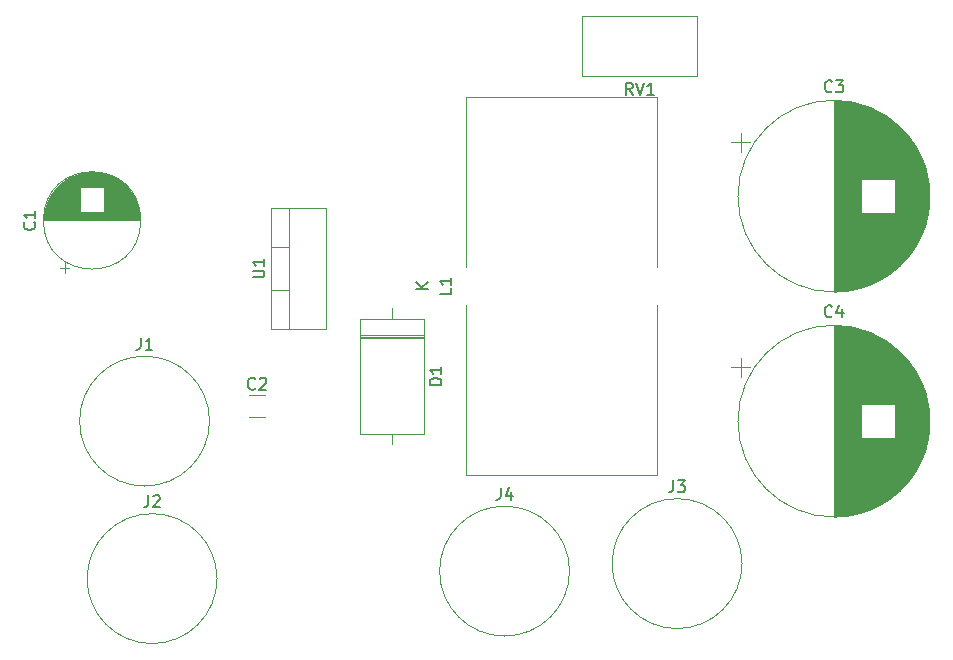
<source format=gbr>
%TF.GenerationSoftware,KiCad,Pcbnew,5.1.9*%
%TF.CreationDate,2021-02-16T23:41:28-03:00*%
%TF.ProjectId,positiva,706f7369-7469-4766-912e-6b696361645f,rev?*%
%TF.SameCoordinates,Original*%
%TF.FileFunction,Legend,Top*%
%TF.FilePolarity,Positive*%
%FSLAX46Y46*%
G04 Gerber Fmt 4.6, Leading zero omitted, Abs format (unit mm)*
G04 Created by KiCad (PCBNEW 5.1.9) date 2021-02-16 23:41:28*
%MOMM*%
%LPD*%
G01*
G04 APERTURE LIST*
%ADD10C,0.120000*%
%ADD11C,0.150000*%
G04 APERTURE END LIST*
D10*
%TO.C,C2*%
X133908748Y-138155000D02*
X135331252Y-138155000D01*
X133908748Y-139975000D02*
X135331252Y-139975000D01*
%TO.C,RV1*%
X162120000Y-111115000D02*
X162120000Y-106045000D01*
X171890000Y-111115000D02*
X171890000Y-106045000D01*
X171890000Y-106045000D02*
X162120000Y-106045000D01*
X171890000Y-111115000D02*
X162120000Y-111115000D01*
%TO.C,C1*%
X117935000Y-127354698D02*
X118735000Y-127354698D01*
X118335000Y-127754698D02*
X118335000Y-126954698D01*
X120117000Y-119264000D02*
X121183000Y-119264000D01*
X119882000Y-119304000D02*
X121418000Y-119304000D01*
X119702000Y-119344000D02*
X121598000Y-119344000D01*
X119552000Y-119384000D02*
X121748000Y-119384000D01*
X119421000Y-119424000D02*
X121879000Y-119424000D01*
X119304000Y-119464000D02*
X121996000Y-119464000D01*
X119197000Y-119504000D02*
X122103000Y-119504000D01*
X119098000Y-119544000D02*
X122202000Y-119544000D01*
X119005000Y-119584000D02*
X122295000Y-119584000D01*
X118919000Y-119624000D02*
X122381000Y-119624000D01*
X118837000Y-119664000D02*
X122463000Y-119664000D01*
X118760000Y-119704000D02*
X122540000Y-119704000D01*
X118686000Y-119744000D02*
X122614000Y-119744000D01*
X118616000Y-119784000D02*
X122684000Y-119784000D01*
X118548000Y-119824000D02*
X122752000Y-119824000D01*
X118484000Y-119864000D02*
X122816000Y-119864000D01*
X118422000Y-119904000D02*
X122878000Y-119904000D01*
X118363000Y-119944000D02*
X122937000Y-119944000D01*
X118305000Y-119984000D02*
X122995000Y-119984000D01*
X118250000Y-120024000D02*
X123050000Y-120024000D01*
X118196000Y-120064000D02*
X123104000Y-120064000D01*
X118145000Y-120104000D02*
X123155000Y-120104000D01*
X118094000Y-120144000D02*
X123206000Y-120144000D01*
X118046000Y-120184000D02*
X123254000Y-120184000D01*
X117999000Y-120224000D02*
X123301000Y-120224000D01*
X117953000Y-120264000D02*
X123347000Y-120264000D01*
X117909000Y-120304000D02*
X123391000Y-120304000D01*
X117866000Y-120344000D02*
X123434000Y-120344000D01*
X117824000Y-120384000D02*
X123476000Y-120384000D01*
X117783000Y-120424000D02*
X123517000Y-120424000D01*
X117743000Y-120464000D02*
X123557000Y-120464000D01*
X117705000Y-120504000D02*
X123595000Y-120504000D01*
X117667000Y-120544000D02*
X123633000Y-120544000D01*
X121690000Y-120584000D02*
X123669000Y-120584000D01*
X117631000Y-120584000D02*
X119610000Y-120584000D01*
X121690000Y-120624000D02*
X123705000Y-120624000D01*
X117595000Y-120624000D02*
X119610000Y-120624000D01*
X121690000Y-120664000D02*
X123740000Y-120664000D01*
X117560000Y-120664000D02*
X119610000Y-120664000D01*
X121690000Y-120704000D02*
X123774000Y-120704000D01*
X117526000Y-120704000D02*
X119610000Y-120704000D01*
X121690000Y-120744000D02*
X123806000Y-120744000D01*
X117494000Y-120744000D02*
X119610000Y-120744000D01*
X121690000Y-120784000D02*
X123839000Y-120784000D01*
X117461000Y-120784000D02*
X119610000Y-120784000D01*
X121690000Y-120824000D02*
X123870000Y-120824000D01*
X117430000Y-120824000D02*
X119610000Y-120824000D01*
X121690000Y-120864000D02*
X123900000Y-120864000D01*
X117400000Y-120864000D02*
X119610000Y-120864000D01*
X121690000Y-120904000D02*
X123930000Y-120904000D01*
X117370000Y-120904000D02*
X119610000Y-120904000D01*
X121690000Y-120944000D02*
X123959000Y-120944000D01*
X117341000Y-120944000D02*
X119610000Y-120944000D01*
X121690000Y-120984000D02*
X123988000Y-120984000D01*
X117312000Y-120984000D02*
X119610000Y-120984000D01*
X121690000Y-121024000D02*
X124015000Y-121024000D01*
X117285000Y-121024000D02*
X119610000Y-121024000D01*
X121690000Y-121064000D02*
X124042000Y-121064000D01*
X117258000Y-121064000D02*
X119610000Y-121064000D01*
X121690000Y-121104000D02*
X124068000Y-121104000D01*
X117232000Y-121104000D02*
X119610000Y-121104000D01*
X121690000Y-121144000D02*
X124094000Y-121144000D01*
X117206000Y-121144000D02*
X119610000Y-121144000D01*
X121690000Y-121184000D02*
X124119000Y-121184000D01*
X117181000Y-121184000D02*
X119610000Y-121184000D01*
X121690000Y-121224000D02*
X124143000Y-121224000D01*
X117157000Y-121224000D02*
X119610000Y-121224000D01*
X121690000Y-121264000D02*
X124167000Y-121264000D01*
X117133000Y-121264000D02*
X119610000Y-121264000D01*
X121690000Y-121304000D02*
X124190000Y-121304000D01*
X117110000Y-121304000D02*
X119610000Y-121304000D01*
X121690000Y-121344000D02*
X124212000Y-121344000D01*
X117088000Y-121344000D02*
X119610000Y-121344000D01*
X121690000Y-121384000D02*
X124234000Y-121384000D01*
X117066000Y-121384000D02*
X119610000Y-121384000D01*
X121690000Y-121424000D02*
X124256000Y-121424000D01*
X117044000Y-121424000D02*
X119610000Y-121424000D01*
X121690000Y-121464000D02*
X124277000Y-121464000D01*
X117023000Y-121464000D02*
X119610000Y-121464000D01*
X121690000Y-121504000D02*
X124297000Y-121504000D01*
X117003000Y-121504000D02*
X119610000Y-121504000D01*
X121690000Y-121544000D02*
X124316000Y-121544000D01*
X116984000Y-121544000D02*
X119610000Y-121544000D01*
X121690000Y-121584000D02*
X124336000Y-121584000D01*
X116964000Y-121584000D02*
X119610000Y-121584000D01*
X121690000Y-121624000D02*
X124354000Y-121624000D01*
X116946000Y-121624000D02*
X119610000Y-121624000D01*
X121690000Y-121664000D02*
X124372000Y-121664000D01*
X116928000Y-121664000D02*
X119610000Y-121664000D01*
X121690000Y-121704000D02*
X124390000Y-121704000D01*
X116910000Y-121704000D02*
X119610000Y-121704000D01*
X121690000Y-121744000D02*
X124407000Y-121744000D01*
X116893000Y-121744000D02*
X119610000Y-121744000D01*
X121690000Y-121784000D02*
X124424000Y-121784000D01*
X116876000Y-121784000D02*
X119610000Y-121784000D01*
X121690000Y-121824000D02*
X124440000Y-121824000D01*
X116860000Y-121824000D02*
X119610000Y-121824000D01*
X121690000Y-121864000D02*
X124455000Y-121864000D01*
X116845000Y-121864000D02*
X119610000Y-121864000D01*
X121690000Y-121904000D02*
X124471000Y-121904000D01*
X116829000Y-121904000D02*
X119610000Y-121904000D01*
X121690000Y-121944000D02*
X124485000Y-121944000D01*
X116815000Y-121944000D02*
X119610000Y-121944000D01*
X121690000Y-121984000D02*
X124500000Y-121984000D01*
X116800000Y-121984000D02*
X119610000Y-121984000D01*
X121690000Y-122024000D02*
X124513000Y-122024000D01*
X116787000Y-122024000D02*
X119610000Y-122024000D01*
X121690000Y-122064000D02*
X124527000Y-122064000D01*
X116773000Y-122064000D02*
X119610000Y-122064000D01*
X121690000Y-122104000D02*
X124539000Y-122104000D01*
X116761000Y-122104000D02*
X119610000Y-122104000D01*
X121690000Y-122144000D02*
X124552000Y-122144000D01*
X116748000Y-122144000D02*
X119610000Y-122144000D01*
X121690000Y-122184000D02*
X124564000Y-122184000D01*
X116736000Y-122184000D02*
X119610000Y-122184000D01*
X121690000Y-122224000D02*
X124575000Y-122224000D01*
X116725000Y-122224000D02*
X119610000Y-122224000D01*
X121690000Y-122264000D02*
X124586000Y-122264000D01*
X116714000Y-122264000D02*
X119610000Y-122264000D01*
X121690000Y-122304000D02*
X124597000Y-122304000D01*
X116703000Y-122304000D02*
X119610000Y-122304000D01*
X121690000Y-122344000D02*
X124607000Y-122344000D01*
X116693000Y-122344000D02*
X119610000Y-122344000D01*
X121690000Y-122384000D02*
X124617000Y-122384000D01*
X116683000Y-122384000D02*
X119610000Y-122384000D01*
X121690000Y-122424000D02*
X124626000Y-122424000D01*
X116674000Y-122424000D02*
X119610000Y-122424000D01*
X121690000Y-122464000D02*
X124635000Y-122464000D01*
X116665000Y-122464000D02*
X119610000Y-122464000D01*
X121690000Y-122504000D02*
X124644000Y-122504000D01*
X116656000Y-122504000D02*
X119610000Y-122504000D01*
X121690000Y-122544000D02*
X124652000Y-122544000D01*
X116648000Y-122544000D02*
X119610000Y-122544000D01*
X121690000Y-122584000D02*
X124660000Y-122584000D01*
X116640000Y-122584000D02*
X119610000Y-122584000D01*
X121690000Y-122624000D02*
X124667000Y-122624000D01*
X116633000Y-122624000D02*
X119610000Y-122624000D01*
X116626000Y-122665000D02*
X124674000Y-122665000D01*
X116620000Y-122705000D02*
X124680000Y-122705000D01*
X116613000Y-122745000D02*
X124687000Y-122745000D01*
X116608000Y-122785000D02*
X124692000Y-122785000D01*
X116602000Y-122825000D02*
X124698000Y-122825000D01*
X116598000Y-122865000D02*
X124702000Y-122865000D01*
X116593000Y-122905000D02*
X124707000Y-122905000D01*
X116589000Y-122945000D02*
X124711000Y-122945000D01*
X116585000Y-122985000D02*
X124715000Y-122985000D01*
X116582000Y-123025000D02*
X124718000Y-123025000D01*
X116579000Y-123065000D02*
X124721000Y-123065000D01*
X116576000Y-123105000D02*
X124724000Y-123105000D01*
X116574000Y-123145000D02*
X124726000Y-123145000D01*
X116573000Y-123185000D02*
X124727000Y-123185000D01*
X116571000Y-123225000D02*
X124729000Y-123225000D01*
X116570000Y-123265000D02*
X124730000Y-123265000D01*
X116570000Y-123305000D02*
X124730000Y-123305000D01*
X116570000Y-123345000D02*
X124730000Y-123345000D01*
X124770000Y-123345000D02*
G75*
G03*
X124770000Y-123345000I-4120000J0D01*
G01*
%TO.C,U1*%
X135795000Y-132531000D02*
X135795000Y-122290000D01*
X140436000Y-132531000D02*
X140436000Y-122290000D01*
X135795000Y-132531000D02*
X140436000Y-132531000D01*
X135795000Y-122290000D02*
X140436000Y-122290000D01*
X137305000Y-132531000D02*
X137305000Y-122290000D01*
X135795000Y-129260000D02*
X137305000Y-129260000D01*
X135795000Y-125560000D02*
X137305000Y-125560000D01*
%TO.C,L1*%
X152350000Y-144925000D02*
X152350000Y-130513000D01*
X152350000Y-127297000D02*
X152350000Y-112885000D01*
X168490000Y-144925000D02*
X168490000Y-130513000D01*
X168490000Y-127297000D02*
X168490000Y-112885000D01*
X152350000Y-144925000D02*
X168490000Y-144925000D01*
X152350000Y-112885000D02*
X168490000Y-112885000D01*
%TO.C,J4*%
X161075000Y-153035000D02*
G75*
G03*
X161075000Y-153035000I-5500000J0D01*
G01*
%TO.C,J3*%
X175680000Y-152400000D02*
G75*
G03*
X175680000Y-152400000I-5500000J0D01*
G01*
%TO.C,J2*%
X131230000Y-153670000D02*
G75*
G03*
X131230000Y-153670000I-5500000J0D01*
G01*
%TO.C,J1*%
X130595000Y-140335000D02*
G75*
G03*
X130595000Y-140335000I-5500000J0D01*
G01*
%TO.C,D1*%
X148770000Y-131655000D02*
X143330000Y-131655000D01*
X143330000Y-131655000D02*
X143330000Y-141395000D01*
X143330000Y-141395000D02*
X148770000Y-141395000D01*
X148770000Y-141395000D02*
X148770000Y-131655000D01*
X146050000Y-130745000D02*
X146050000Y-131655000D01*
X146050000Y-142305000D02*
X146050000Y-141395000D01*
X148770000Y-133200000D02*
X143330000Y-133200000D01*
X148770000Y-133320000D02*
X143330000Y-133320000D01*
X148770000Y-133080000D02*
X143330000Y-133080000D01*
%TO.C,C4*%
X191575000Y-140335000D02*
G75*
G03*
X191575000Y-140335000I-8120000J0D01*
G01*
X183455000Y-132254000D02*
X183455000Y-148416000D01*
X183495000Y-132255000D02*
X183495000Y-148415000D01*
X183535000Y-132255000D02*
X183535000Y-148415000D01*
X183575000Y-132255000D02*
X183575000Y-148415000D01*
X183615000Y-132256000D02*
X183615000Y-148414000D01*
X183655000Y-132257000D02*
X183655000Y-148413000D01*
X183695000Y-132258000D02*
X183695000Y-148412000D01*
X183735000Y-132259000D02*
X183735000Y-148411000D01*
X183775000Y-132261000D02*
X183775000Y-148409000D01*
X183815000Y-132262000D02*
X183815000Y-148408000D01*
X183855000Y-132264000D02*
X183855000Y-148406000D01*
X183895000Y-132266000D02*
X183895000Y-148404000D01*
X183935000Y-132269000D02*
X183935000Y-148401000D01*
X183975000Y-132271000D02*
X183975000Y-148399000D01*
X184015000Y-132274000D02*
X184015000Y-148396000D01*
X184055000Y-132277000D02*
X184055000Y-148393000D01*
X184095000Y-132280000D02*
X184095000Y-148390000D01*
X184135000Y-132283000D02*
X184135000Y-148387000D01*
X184176000Y-132286000D02*
X184176000Y-148384000D01*
X184216000Y-132290000D02*
X184216000Y-148380000D01*
X184256000Y-132294000D02*
X184256000Y-148376000D01*
X184296000Y-132298000D02*
X184296000Y-148372000D01*
X184336000Y-132302000D02*
X184336000Y-148368000D01*
X184376000Y-132307000D02*
X184376000Y-148363000D01*
X184416000Y-132311000D02*
X184416000Y-148359000D01*
X184456000Y-132316000D02*
X184456000Y-148354000D01*
X184496000Y-132321000D02*
X184496000Y-148349000D01*
X184536000Y-132327000D02*
X184536000Y-148343000D01*
X184576000Y-132332000D02*
X184576000Y-148338000D01*
X184616000Y-132338000D02*
X184616000Y-148332000D01*
X184656000Y-132344000D02*
X184656000Y-148326000D01*
X184696000Y-132350000D02*
X184696000Y-148320000D01*
X184736000Y-132356000D02*
X184736000Y-148314000D01*
X184776000Y-132363000D02*
X184776000Y-148307000D01*
X184816000Y-132369000D02*
X184816000Y-148301000D01*
X184856000Y-132376000D02*
X184856000Y-148294000D01*
X184896000Y-132383000D02*
X184896000Y-148287000D01*
X184936000Y-132391000D02*
X184936000Y-148279000D01*
X184976000Y-132398000D02*
X184976000Y-148272000D01*
X185016000Y-132406000D02*
X185016000Y-148264000D01*
X185056000Y-132414000D02*
X185056000Y-148256000D01*
X185096000Y-132422000D02*
X185096000Y-148248000D01*
X185136000Y-132430000D02*
X185136000Y-148240000D01*
X185176000Y-132439000D02*
X185176000Y-148231000D01*
X185216000Y-132448000D02*
X185216000Y-148222000D01*
X185256000Y-132457000D02*
X185256000Y-148213000D01*
X185296000Y-132466000D02*
X185296000Y-148204000D01*
X185336000Y-132475000D02*
X185336000Y-148195000D01*
X185376000Y-132485000D02*
X185376000Y-148185000D01*
X185416000Y-132495000D02*
X185416000Y-148175000D01*
X185456000Y-132505000D02*
X185456000Y-148165000D01*
X185496000Y-132515000D02*
X185496000Y-148155000D01*
X185536000Y-132525000D02*
X185536000Y-148145000D01*
X185576000Y-132536000D02*
X185576000Y-148134000D01*
X185616000Y-132547000D02*
X185616000Y-148123000D01*
X185656000Y-132558000D02*
X185656000Y-148112000D01*
X185696000Y-132570000D02*
X185696000Y-148100000D01*
X185736000Y-132581000D02*
X185736000Y-148089000D01*
X185776000Y-132593000D02*
X185776000Y-138895000D01*
X185776000Y-141775000D02*
X185776000Y-148077000D01*
X185816000Y-132605000D02*
X185816000Y-138895000D01*
X185816000Y-141775000D02*
X185816000Y-148065000D01*
X185856000Y-132617000D02*
X185856000Y-138895000D01*
X185856000Y-141775000D02*
X185856000Y-148053000D01*
X185896000Y-132630000D02*
X185896000Y-138895000D01*
X185896000Y-141775000D02*
X185896000Y-148040000D01*
X185936000Y-132642000D02*
X185936000Y-138895000D01*
X185936000Y-141775000D02*
X185936000Y-148028000D01*
X185976000Y-132655000D02*
X185976000Y-138895000D01*
X185976000Y-141775000D02*
X185976000Y-148015000D01*
X186016000Y-132669000D02*
X186016000Y-138895000D01*
X186016000Y-141775000D02*
X186016000Y-148001000D01*
X186056000Y-132682000D02*
X186056000Y-138895000D01*
X186056000Y-141775000D02*
X186056000Y-147988000D01*
X186096000Y-132696000D02*
X186096000Y-138895000D01*
X186096000Y-141775000D02*
X186096000Y-147974000D01*
X186136000Y-132710000D02*
X186136000Y-138895000D01*
X186136000Y-141775000D02*
X186136000Y-147960000D01*
X186176000Y-132724000D02*
X186176000Y-138895000D01*
X186176000Y-141775000D02*
X186176000Y-147946000D01*
X186216000Y-132738000D02*
X186216000Y-138895000D01*
X186216000Y-141775000D02*
X186216000Y-147932000D01*
X186256000Y-132753000D02*
X186256000Y-138895000D01*
X186256000Y-141775000D02*
X186256000Y-147917000D01*
X186296000Y-132767000D02*
X186296000Y-138895000D01*
X186296000Y-141775000D02*
X186296000Y-147903000D01*
X186336000Y-132782000D02*
X186336000Y-138895000D01*
X186336000Y-141775000D02*
X186336000Y-147888000D01*
X186376000Y-132798000D02*
X186376000Y-138895000D01*
X186376000Y-141775000D02*
X186376000Y-147872000D01*
X186416000Y-132813000D02*
X186416000Y-138895000D01*
X186416000Y-141775000D02*
X186416000Y-147857000D01*
X186456000Y-132829000D02*
X186456000Y-138895000D01*
X186456000Y-141775000D02*
X186456000Y-147841000D01*
X186496000Y-132845000D02*
X186496000Y-138895000D01*
X186496000Y-141775000D02*
X186496000Y-147825000D01*
X186536000Y-132861000D02*
X186536000Y-138895000D01*
X186536000Y-141775000D02*
X186536000Y-147809000D01*
X186576000Y-132878000D02*
X186576000Y-138895000D01*
X186576000Y-141775000D02*
X186576000Y-147792000D01*
X186616000Y-132895000D02*
X186616000Y-138895000D01*
X186616000Y-141775000D02*
X186616000Y-147775000D01*
X186656000Y-132912000D02*
X186656000Y-138895000D01*
X186656000Y-141775000D02*
X186656000Y-147758000D01*
X186696000Y-132929000D02*
X186696000Y-138895000D01*
X186696000Y-141775000D02*
X186696000Y-147741000D01*
X186736000Y-132946000D02*
X186736000Y-138895000D01*
X186736000Y-141775000D02*
X186736000Y-147724000D01*
X186776000Y-132964000D02*
X186776000Y-138895000D01*
X186776000Y-141775000D02*
X186776000Y-147706000D01*
X186816000Y-132982000D02*
X186816000Y-138895000D01*
X186816000Y-141775000D02*
X186816000Y-147688000D01*
X186856000Y-133001000D02*
X186856000Y-138895000D01*
X186856000Y-141775000D02*
X186856000Y-147669000D01*
X186896000Y-133019000D02*
X186896000Y-138895000D01*
X186896000Y-141775000D02*
X186896000Y-147651000D01*
X186936000Y-133038000D02*
X186936000Y-138895000D01*
X186936000Y-141775000D02*
X186936000Y-147632000D01*
X186976000Y-133057000D02*
X186976000Y-138895000D01*
X186976000Y-141775000D02*
X186976000Y-147613000D01*
X187016000Y-133077000D02*
X187016000Y-138895000D01*
X187016000Y-141775000D02*
X187016000Y-147593000D01*
X187056000Y-133096000D02*
X187056000Y-138895000D01*
X187056000Y-141775000D02*
X187056000Y-147574000D01*
X187096000Y-133116000D02*
X187096000Y-138895000D01*
X187096000Y-141775000D02*
X187096000Y-147554000D01*
X187136000Y-133136000D02*
X187136000Y-138895000D01*
X187136000Y-141775000D02*
X187136000Y-147534000D01*
X187176000Y-133157000D02*
X187176000Y-138895000D01*
X187176000Y-141775000D02*
X187176000Y-147513000D01*
X187216000Y-133178000D02*
X187216000Y-138895000D01*
X187216000Y-141775000D02*
X187216000Y-147492000D01*
X187256000Y-133199000D02*
X187256000Y-138895000D01*
X187256000Y-141775000D02*
X187256000Y-147471000D01*
X187296000Y-133220000D02*
X187296000Y-138895000D01*
X187296000Y-141775000D02*
X187296000Y-147450000D01*
X187336000Y-133241000D02*
X187336000Y-138895000D01*
X187336000Y-141775000D02*
X187336000Y-147429000D01*
X187376000Y-133263000D02*
X187376000Y-138895000D01*
X187376000Y-141775000D02*
X187376000Y-147407000D01*
X187416000Y-133286000D02*
X187416000Y-138895000D01*
X187416000Y-141775000D02*
X187416000Y-147384000D01*
X187456000Y-133308000D02*
X187456000Y-138895000D01*
X187456000Y-141775000D02*
X187456000Y-147362000D01*
X187496000Y-133331000D02*
X187496000Y-138895000D01*
X187496000Y-141775000D02*
X187496000Y-147339000D01*
X187536000Y-133354000D02*
X187536000Y-138895000D01*
X187536000Y-141775000D02*
X187536000Y-147316000D01*
X187576000Y-133377000D02*
X187576000Y-138895000D01*
X187576000Y-141775000D02*
X187576000Y-147293000D01*
X187616000Y-133401000D02*
X187616000Y-138895000D01*
X187616000Y-141775000D02*
X187616000Y-147269000D01*
X187656000Y-133425000D02*
X187656000Y-138895000D01*
X187656000Y-141775000D02*
X187656000Y-147245000D01*
X187696000Y-133449000D02*
X187696000Y-138895000D01*
X187696000Y-141775000D02*
X187696000Y-147221000D01*
X187736000Y-133474000D02*
X187736000Y-138895000D01*
X187736000Y-141775000D02*
X187736000Y-147196000D01*
X187776000Y-133499000D02*
X187776000Y-138895000D01*
X187776000Y-141775000D02*
X187776000Y-147171000D01*
X187816000Y-133524000D02*
X187816000Y-138895000D01*
X187816000Y-141775000D02*
X187816000Y-147146000D01*
X187856000Y-133550000D02*
X187856000Y-138895000D01*
X187856000Y-141775000D02*
X187856000Y-147120000D01*
X187896000Y-133576000D02*
X187896000Y-138895000D01*
X187896000Y-141775000D02*
X187896000Y-147094000D01*
X187936000Y-133602000D02*
X187936000Y-138895000D01*
X187936000Y-141775000D02*
X187936000Y-147068000D01*
X187976000Y-133629000D02*
X187976000Y-138895000D01*
X187976000Y-141775000D02*
X187976000Y-147041000D01*
X188016000Y-133656000D02*
X188016000Y-138895000D01*
X188016000Y-141775000D02*
X188016000Y-147014000D01*
X188056000Y-133683000D02*
X188056000Y-138895000D01*
X188056000Y-141775000D02*
X188056000Y-146987000D01*
X188096000Y-133711000D02*
X188096000Y-138895000D01*
X188096000Y-141775000D02*
X188096000Y-146959000D01*
X188136000Y-133739000D02*
X188136000Y-138895000D01*
X188136000Y-141775000D02*
X188136000Y-146931000D01*
X188176000Y-133767000D02*
X188176000Y-138895000D01*
X188176000Y-141775000D02*
X188176000Y-146903000D01*
X188216000Y-133796000D02*
X188216000Y-138895000D01*
X188216000Y-141775000D02*
X188216000Y-146874000D01*
X188256000Y-133825000D02*
X188256000Y-138895000D01*
X188256000Y-141775000D02*
X188256000Y-146845000D01*
X188296000Y-133855000D02*
X188296000Y-138895000D01*
X188296000Y-141775000D02*
X188296000Y-146815000D01*
X188336000Y-133885000D02*
X188336000Y-138895000D01*
X188336000Y-141775000D02*
X188336000Y-146785000D01*
X188376000Y-133915000D02*
X188376000Y-138895000D01*
X188376000Y-141775000D02*
X188376000Y-146755000D01*
X188416000Y-133945000D02*
X188416000Y-138895000D01*
X188416000Y-141775000D02*
X188416000Y-146725000D01*
X188456000Y-133977000D02*
X188456000Y-138895000D01*
X188456000Y-141775000D02*
X188456000Y-146693000D01*
X188496000Y-134008000D02*
X188496000Y-138895000D01*
X188496000Y-141775000D02*
X188496000Y-146662000D01*
X188536000Y-134040000D02*
X188536000Y-138895000D01*
X188536000Y-141775000D02*
X188536000Y-146630000D01*
X188576000Y-134072000D02*
X188576000Y-138895000D01*
X188576000Y-141775000D02*
X188576000Y-146598000D01*
X188616000Y-134105000D02*
X188616000Y-138895000D01*
X188616000Y-141775000D02*
X188616000Y-146565000D01*
X188656000Y-134138000D02*
X188656000Y-146532000D01*
X188696000Y-134172000D02*
X188696000Y-146498000D01*
X188736000Y-134206000D02*
X188736000Y-146464000D01*
X188776000Y-134240000D02*
X188776000Y-146430000D01*
X188816000Y-134275000D02*
X188816000Y-146395000D01*
X188856000Y-134310000D02*
X188856000Y-146360000D01*
X188896000Y-134346000D02*
X188896000Y-146324000D01*
X188936000Y-134383000D02*
X188936000Y-146287000D01*
X188976000Y-134419000D02*
X188976000Y-146251000D01*
X189016000Y-134457000D02*
X189016000Y-146213000D01*
X189056000Y-134495000D02*
X189056000Y-146175000D01*
X189096000Y-134533000D02*
X189096000Y-146137000D01*
X189136000Y-134572000D02*
X189136000Y-146098000D01*
X189176000Y-134611000D02*
X189176000Y-146059000D01*
X189216000Y-134651000D02*
X189216000Y-146019000D01*
X189256000Y-134692000D02*
X189256000Y-145978000D01*
X189296000Y-134733000D02*
X189296000Y-145937000D01*
X189336000Y-134775000D02*
X189336000Y-145895000D01*
X189376000Y-134817000D02*
X189376000Y-145853000D01*
X189416000Y-134860000D02*
X189416000Y-145810000D01*
X189456000Y-134903000D02*
X189456000Y-145767000D01*
X189496000Y-134947000D02*
X189496000Y-145723000D01*
X189536000Y-134992000D02*
X189536000Y-145678000D01*
X189576000Y-135038000D02*
X189576000Y-145632000D01*
X189616000Y-135084000D02*
X189616000Y-145586000D01*
X189656000Y-135131000D02*
X189656000Y-145539000D01*
X189696000Y-135179000D02*
X189696000Y-145491000D01*
X189736000Y-135227000D02*
X189736000Y-145443000D01*
X189776000Y-135276000D02*
X189776000Y-145394000D01*
X189816000Y-135326000D02*
X189816000Y-145344000D01*
X189856000Y-135377000D02*
X189856000Y-145293000D01*
X189896000Y-135429000D02*
X189896000Y-145241000D01*
X189936000Y-135481000D02*
X189936000Y-145189000D01*
X189976000Y-135535000D02*
X189976000Y-145135000D01*
X190016000Y-135589000D02*
X190016000Y-145081000D01*
X190056000Y-135644000D02*
X190056000Y-145026000D01*
X190096000Y-135701000D02*
X190096000Y-144969000D01*
X190136000Y-135758000D02*
X190136000Y-144912000D01*
X190176000Y-135816000D02*
X190176000Y-144854000D01*
X190216000Y-135876000D02*
X190216000Y-144794000D01*
X190256000Y-135937000D02*
X190256000Y-144733000D01*
X190296000Y-135999000D02*
X190296000Y-144671000D01*
X190336000Y-136062000D02*
X190336000Y-144608000D01*
X190376000Y-136126000D02*
X190376000Y-144544000D01*
X190416000Y-136192000D02*
X190416000Y-144478000D01*
X190456000Y-136259000D02*
X190456000Y-144411000D01*
X190496000Y-136328000D02*
X190496000Y-144342000D01*
X190536000Y-136399000D02*
X190536000Y-144271000D01*
X190576000Y-136471000D02*
X190576000Y-144199000D01*
X190616000Y-136545000D02*
X190616000Y-144125000D01*
X190656000Y-136620000D02*
X190656000Y-144050000D01*
X190696000Y-136698000D02*
X190696000Y-143972000D01*
X190736000Y-136778000D02*
X190736000Y-143892000D01*
X190776000Y-136860000D02*
X190776000Y-143810000D01*
X190816000Y-136945000D02*
X190816000Y-143725000D01*
X190856000Y-137032000D02*
X190856000Y-143638000D01*
X190896000Y-137122000D02*
X190896000Y-143548000D01*
X190936000Y-137215000D02*
X190936000Y-143455000D01*
X190976000Y-137311000D02*
X190976000Y-143359000D01*
X191016000Y-137411000D02*
X191016000Y-143259000D01*
X191056000Y-137515000D02*
X191056000Y-143155000D01*
X191096000Y-137624000D02*
X191096000Y-143046000D01*
X191136000Y-137738000D02*
X191136000Y-142932000D01*
X191176000Y-137857000D02*
X191176000Y-142813000D01*
X191216000Y-137984000D02*
X191216000Y-142686000D01*
X191256000Y-138117000D02*
X191256000Y-142553000D01*
X191296000Y-138261000D02*
X191296000Y-142409000D01*
X191336000Y-138415000D02*
X191336000Y-142255000D01*
X191376000Y-138583000D02*
X191376000Y-142087000D01*
X191416000Y-138771000D02*
X191416000Y-141899000D01*
X191456000Y-138984000D02*
X191456000Y-141686000D01*
X191496000Y-139237000D02*
X191496000Y-141433000D01*
X191536000Y-139570000D02*
X191536000Y-141100000D01*
X174765509Y-135780000D02*
X176365509Y-135780000D01*
X175565509Y-134980000D02*
X175565509Y-136580000D01*
%TO.C,C3*%
X191575000Y-121285000D02*
G75*
G03*
X191575000Y-121285000I-8120000J0D01*
G01*
X183455000Y-113204000D02*
X183455000Y-129366000D01*
X183495000Y-113205000D02*
X183495000Y-129365000D01*
X183535000Y-113205000D02*
X183535000Y-129365000D01*
X183575000Y-113205000D02*
X183575000Y-129365000D01*
X183615000Y-113206000D02*
X183615000Y-129364000D01*
X183655000Y-113207000D02*
X183655000Y-129363000D01*
X183695000Y-113208000D02*
X183695000Y-129362000D01*
X183735000Y-113209000D02*
X183735000Y-129361000D01*
X183775000Y-113211000D02*
X183775000Y-129359000D01*
X183815000Y-113212000D02*
X183815000Y-129358000D01*
X183855000Y-113214000D02*
X183855000Y-129356000D01*
X183895000Y-113216000D02*
X183895000Y-129354000D01*
X183935000Y-113219000D02*
X183935000Y-129351000D01*
X183975000Y-113221000D02*
X183975000Y-129349000D01*
X184015000Y-113224000D02*
X184015000Y-129346000D01*
X184055000Y-113227000D02*
X184055000Y-129343000D01*
X184095000Y-113230000D02*
X184095000Y-129340000D01*
X184135000Y-113233000D02*
X184135000Y-129337000D01*
X184176000Y-113236000D02*
X184176000Y-129334000D01*
X184216000Y-113240000D02*
X184216000Y-129330000D01*
X184256000Y-113244000D02*
X184256000Y-129326000D01*
X184296000Y-113248000D02*
X184296000Y-129322000D01*
X184336000Y-113252000D02*
X184336000Y-129318000D01*
X184376000Y-113257000D02*
X184376000Y-129313000D01*
X184416000Y-113261000D02*
X184416000Y-129309000D01*
X184456000Y-113266000D02*
X184456000Y-129304000D01*
X184496000Y-113271000D02*
X184496000Y-129299000D01*
X184536000Y-113277000D02*
X184536000Y-129293000D01*
X184576000Y-113282000D02*
X184576000Y-129288000D01*
X184616000Y-113288000D02*
X184616000Y-129282000D01*
X184656000Y-113294000D02*
X184656000Y-129276000D01*
X184696000Y-113300000D02*
X184696000Y-129270000D01*
X184736000Y-113306000D02*
X184736000Y-129264000D01*
X184776000Y-113313000D02*
X184776000Y-129257000D01*
X184816000Y-113319000D02*
X184816000Y-129251000D01*
X184856000Y-113326000D02*
X184856000Y-129244000D01*
X184896000Y-113333000D02*
X184896000Y-129237000D01*
X184936000Y-113341000D02*
X184936000Y-129229000D01*
X184976000Y-113348000D02*
X184976000Y-129222000D01*
X185016000Y-113356000D02*
X185016000Y-129214000D01*
X185056000Y-113364000D02*
X185056000Y-129206000D01*
X185096000Y-113372000D02*
X185096000Y-129198000D01*
X185136000Y-113380000D02*
X185136000Y-129190000D01*
X185176000Y-113389000D02*
X185176000Y-129181000D01*
X185216000Y-113398000D02*
X185216000Y-129172000D01*
X185256000Y-113407000D02*
X185256000Y-129163000D01*
X185296000Y-113416000D02*
X185296000Y-129154000D01*
X185336000Y-113425000D02*
X185336000Y-129145000D01*
X185376000Y-113435000D02*
X185376000Y-129135000D01*
X185416000Y-113445000D02*
X185416000Y-129125000D01*
X185456000Y-113455000D02*
X185456000Y-129115000D01*
X185496000Y-113465000D02*
X185496000Y-129105000D01*
X185536000Y-113475000D02*
X185536000Y-129095000D01*
X185576000Y-113486000D02*
X185576000Y-129084000D01*
X185616000Y-113497000D02*
X185616000Y-129073000D01*
X185656000Y-113508000D02*
X185656000Y-129062000D01*
X185696000Y-113520000D02*
X185696000Y-129050000D01*
X185736000Y-113531000D02*
X185736000Y-129039000D01*
X185776000Y-113543000D02*
X185776000Y-119845000D01*
X185776000Y-122725000D02*
X185776000Y-129027000D01*
X185816000Y-113555000D02*
X185816000Y-119845000D01*
X185816000Y-122725000D02*
X185816000Y-129015000D01*
X185856000Y-113567000D02*
X185856000Y-119845000D01*
X185856000Y-122725000D02*
X185856000Y-129003000D01*
X185896000Y-113580000D02*
X185896000Y-119845000D01*
X185896000Y-122725000D02*
X185896000Y-128990000D01*
X185936000Y-113592000D02*
X185936000Y-119845000D01*
X185936000Y-122725000D02*
X185936000Y-128978000D01*
X185976000Y-113605000D02*
X185976000Y-119845000D01*
X185976000Y-122725000D02*
X185976000Y-128965000D01*
X186016000Y-113619000D02*
X186016000Y-119845000D01*
X186016000Y-122725000D02*
X186016000Y-128951000D01*
X186056000Y-113632000D02*
X186056000Y-119845000D01*
X186056000Y-122725000D02*
X186056000Y-128938000D01*
X186096000Y-113646000D02*
X186096000Y-119845000D01*
X186096000Y-122725000D02*
X186096000Y-128924000D01*
X186136000Y-113660000D02*
X186136000Y-119845000D01*
X186136000Y-122725000D02*
X186136000Y-128910000D01*
X186176000Y-113674000D02*
X186176000Y-119845000D01*
X186176000Y-122725000D02*
X186176000Y-128896000D01*
X186216000Y-113688000D02*
X186216000Y-119845000D01*
X186216000Y-122725000D02*
X186216000Y-128882000D01*
X186256000Y-113703000D02*
X186256000Y-119845000D01*
X186256000Y-122725000D02*
X186256000Y-128867000D01*
X186296000Y-113717000D02*
X186296000Y-119845000D01*
X186296000Y-122725000D02*
X186296000Y-128853000D01*
X186336000Y-113732000D02*
X186336000Y-119845000D01*
X186336000Y-122725000D02*
X186336000Y-128838000D01*
X186376000Y-113748000D02*
X186376000Y-119845000D01*
X186376000Y-122725000D02*
X186376000Y-128822000D01*
X186416000Y-113763000D02*
X186416000Y-119845000D01*
X186416000Y-122725000D02*
X186416000Y-128807000D01*
X186456000Y-113779000D02*
X186456000Y-119845000D01*
X186456000Y-122725000D02*
X186456000Y-128791000D01*
X186496000Y-113795000D02*
X186496000Y-119845000D01*
X186496000Y-122725000D02*
X186496000Y-128775000D01*
X186536000Y-113811000D02*
X186536000Y-119845000D01*
X186536000Y-122725000D02*
X186536000Y-128759000D01*
X186576000Y-113828000D02*
X186576000Y-119845000D01*
X186576000Y-122725000D02*
X186576000Y-128742000D01*
X186616000Y-113845000D02*
X186616000Y-119845000D01*
X186616000Y-122725000D02*
X186616000Y-128725000D01*
X186656000Y-113862000D02*
X186656000Y-119845000D01*
X186656000Y-122725000D02*
X186656000Y-128708000D01*
X186696000Y-113879000D02*
X186696000Y-119845000D01*
X186696000Y-122725000D02*
X186696000Y-128691000D01*
X186736000Y-113896000D02*
X186736000Y-119845000D01*
X186736000Y-122725000D02*
X186736000Y-128674000D01*
X186776000Y-113914000D02*
X186776000Y-119845000D01*
X186776000Y-122725000D02*
X186776000Y-128656000D01*
X186816000Y-113932000D02*
X186816000Y-119845000D01*
X186816000Y-122725000D02*
X186816000Y-128638000D01*
X186856000Y-113951000D02*
X186856000Y-119845000D01*
X186856000Y-122725000D02*
X186856000Y-128619000D01*
X186896000Y-113969000D02*
X186896000Y-119845000D01*
X186896000Y-122725000D02*
X186896000Y-128601000D01*
X186936000Y-113988000D02*
X186936000Y-119845000D01*
X186936000Y-122725000D02*
X186936000Y-128582000D01*
X186976000Y-114007000D02*
X186976000Y-119845000D01*
X186976000Y-122725000D02*
X186976000Y-128563000D01*
X187016000Y-114027000D02*
X187016000Y-119845000D01*
X187016000Y-122725000D02*
X187016000Y-128543000D01*
X187056000Y-114046000D02*
X187056000Y-119845000D01*
X187056000Y-122725000D02*
X187056000Y-128524000D01*
X187096000Y-114066000D02*
X187096000Y-119845000D01*
X187096000Y-122725000D02*
X187096000Y-128504000D01*
X187136000Y-114086000D02*
X187136000Y-119845000D01*
X187136000Y-122725000D02*
X187136000Y-128484000D01*
X187176000Y-114107000D02*
X187176000Y-119845000D01*
X187176000Y-122725000D02*
X187176000Y-128463000D01*
X187216000Y-114128000D02*
X187216000Y-119845000D01*
X187216000Y-122725000D02*
X187216000Y-128442000D01*
X187256000Y-114149000D02*
X187256000Y-119845000D01*
X187256000Y-122725000D02*
X187256000Y-128421000D01*
X187296000Y-114170000D02*
X187296000Y-119845000D01*
X187296000Y-122725000D02*
X187296000Y-128400000D01*
X187336000Y-114191000D02*
X187336000Y-119845000D01*
X187336000Y-122725000D02*
X187336000Y-128379000D01*
X187376000Y-114213000D02*
X187376000Y-119845000D01*
X187376000Y-122725000D02*
X187376000Y-128357000D01*
X187416000Y-114236000D02*
X187416000Y-119845000D01*
X187416000Y-122725000D02*
X187416000Y-128334000D01*
X187456000Y-114258000D02*
X187456000Y-119845000D01*
X187456000Y-122725000D02*
X187456000Y-128312000D01*
X187496000Y-114281000D02*
X187496000Y-119845000D01*
X187496000Y-122725000D02*
X187496000Y-128289000D01*
X187536000Y-114304000D02*
X187536000Y-119845000D01*
X187536000Y-122725000D02*
X187536000Y-128266000D01*
X187576000Y-114327000D02*
X187576000Y-119845000D01*
X187576000Y-122725000D02*
X187576000Y-128243000D01*
X187616000Y-114351000D02*
X187616000Y-119845000D01*
X187616000Y-122725000D02*
X187616000Y-128219000D01*
X187656000Y-114375000D02*
X187656000Y-119845000D01*
X187656000Y-122725000D02*
X187656000Y-128195000D01*
X187696000Y-114399000D02*
X187696000Y-119845000D01*
X187696000Y-122725000D02*
X187696000Y-128171000D01*
X187736000Y-114424000D02*
X187736000Y-119845000D01*
X187736000Y-122725000D02*
X187736000Y-128146000D01*
X187776000Y-114449000D02*
X187776000Y-119845000D01*
X187776000Y-122725000D02*
X187776000Y-128121000D01*
X187816000Y-114474000D02*
X187816000Y-119845000D01*
X187816000Y-122725000D02*
X187816000Y-128096000D01*
X187856000Y-114500000D02*
X187856000Y-119845000D01*
X187856000Y-122725000D02*
X187856000Y-128070000D01*
X187896000Y-114526000D02*
X187896000Y-119845000D01*
X187896000Y-122725000D02*
X187896000Y-128044000D01*
X187936000Y-114552000D02*
X187936000Y-119845000D01*
X187936000Y-122725000D02*
X187936000Y-128018000D01*
X187976000Y-114579000D02*
X187976000Y-119845000D01*
X187976000Y-122725000D02*
X187976000Y-127991000D01*
X188016000Y-114606000D02*
X188016000Y-119845000D01*
X188016000Y-122725000D02*
X188016000Y-127964000D01*
X188056000Y-114633000D02*
X188056000Y-119845000D01*
X188056000Y-122725000D02*
X188056000Y-127937000D01*
X188096000Y-114661000D02*
X188096000Y-119845000D01*
X188096000Y-122725000D02*
X188096000Y-127909000D01*
X188136000Y-114689000D02*
X188136000Y-119845000D01*
X188136000Y-122725000D02*
X188136000Y-127881000D01*
X188176000Y-114717000D02*
X188176000Y-119845000D01*
X188176000Y-122725000D02*
X188176000Y-127853000D01*
X188216000Y-114746000D02*
X188216000Y-119845000D01*
X188216000Y-122725000D02*
X188216000Y-127824000D01*
X188256000Y-114775000D02*
X188256000Y-119845000D01*
X188256000Y-122725000D02*
X188256000Y-127795000D01*
X188296000Y-114805000D02*
X188296000Y-119845000D01*
X188296000Y-122725000D02*
X188296000Y-127765000D01*
X188336000Y-114835000D02*
X188336000Y-119845000D01*
X188336000Y-122725000D02*
X188336000Y-127735000D01*
X188376000Y-114865000D02*
X188376000Y-119845000D01*
X188376000Y-122725000D02*
X188376000Y-127705000D01*
X188416000Y-114895000D02*
X188416000Y-119845000D01*
X188416000Y-122725000D02*
X188416000Y-127675000D01*
X188456000Y-114927000D02*
X188456000Y-119845000D01*
X188456000Y-122725000D02*
X188456000Y-127643000D01*
X188496000Y-114958000D02*
X188496000Y-119845000D01*
X188496000Y-122725000D02*
X188496000Y-127612000D01*
X188536000Y-114990000D02*
X188536000Y-119845000D01*
X188536000Y-122725000D02*
X188536000Y-127580000D01*
X188576000Y-115022000D02*
X188576000Y-119845000D01*
X188576000Y-122725000D02*
X188576000Y-127548000D01*
X188616000Y-115055000D02*
X188616000Y-119845000D01*
X188616000Y-122725000D02*
X188616000Y-127515000D01*
X188656000Y-115088000D02*
X188656000Y-127482000D01*
X188696000Y-115122000D02*
X188696000Y-127448000D01*
X188736000Y-115156000D02*
X188736000Y-127414000D01*
X188776000Y-115190000D02*
X188776000Y-127380000D01*
X188816000Y-115225000D02*
X188816000Y-127345000D01*
X188856000Y-115260000D02*
X188856000Y-127310000D01*
X188896000Y-115296000D02*
X188896000Y-127274000D01*
X188936000Y-115333000D02*
X188936000Y-127237000D01*
X188976000Y-115369000D02*
X188976000Y-127201000D01*
X189016000Y-115407000D02*
X189016000Y-127163000D01*
X189056000Y-115445000D02*
X189056000Y-127125000D01*
X189096000Y-115483000D02*
X189096000Y-127087000D01*
X189136000Y-115522000D02*
X189136000Y-127048000D01*
X189176000Y-115561000D02*
X189176000Y-127009000D01*
X189216000Y-115601000D02*
X189216000Y-126969000D01*
X189256000Y-115642000D02*
X189256000Y-126928000D01*
X189296000Y-115683000D02*
X189296000Y-126887000D01*
X189336000Y-115725000D02*
X189336000Y-126845000D01*
X189376000Y-115767000D02*
X189376000Y-126803000D01*
X189416000Y-115810000D02*
X189416000Y-126760000D01*
X189456000Y-115853000D02*
X189456000Y-126717000D01*
X189496000Y-115897000D02*
X189496000Y-126673000D01*
X189536000Y-115942000D02*
X189536000Y-126628000D01*
X189576000Y-115988000D02*
X189576000Y-126582000D01*
X189616000Y-116034000D02*
X189616000Y-126536000D01*
X189656000Y-116081000D02*
X189656000Y-126489000D01*
X189696000Y-116129000D02*
X189696000Y-126441000D01*
X189736000Y-116177000D02*
X189736000Y-126393000D01*
X189776000Y-116226000D02*
X189776000Y-126344000D01*
X189816000Y-116276000D02*
X189816000Y-126294000D01*
X189856000Y-116327000D02*
X189856000Y-126243000D01*
X189896000Y-116379000D02*
X189896000Y-126191000D01*
X189936000Y-116431000D02*
X189936000Y-126139000D01*
X189976000Y-116485000D02*
X189976000Y-126085000D01*
X190016000Y-116539000D02*
X190016000Y-126031000D01*
X190056000Y-116594000D02*
X190056000Y-125976000D01*
X190096000Y-116651000D02*
X190096000Y-125919000D01*
X190136000Y-116708000D02*
X190136000Y-125862000D01*
X190176000Y-116766000D02*
X190176000Y-125804000D01*
X190216000Y-116826000D02*
X190216000Y-125744000D01*
X190256000Y-116887000D02*
X190256000Y-125683000D01*
X190296000Y-116949000D02*
X190296000Y-125621000D01*
X190336000Y-117012000D02*
X190336000Y-125558000D01*
X190376000Y-117076000D02*
X190376000Y-125494000D01*
X190416000Y-117142000D02*
X190416000Y-125428000D01*
X190456000Y-117209000D02*
X190456000Y-125361000D01*
X190496000Y-117278000D02*
X190496000Y-125292000D01*
X190536000Y-117349000D02*
X190536000Y-125221000D01*
X190576000Y-117421000D02*
X190576000Y-125149000D01*
X190616000Y-117495000D02*
X190616000Y-125075000D01*
X190656000Y-117570000D02*
X190656000Y-125000000D01*
X190696000Y-117648000D02*
X190696000Y-124922000D01*
X190736000Y-117728000D02*
X190736000Y-124842000D01*
X190776000Y-117810000D02*
X190776000Y-124760000D01*
X190816000Y-117895000D02*
X190816000Y-124675000D01*
X190856000Y-117982000D02*
X190856000Y-124588000D01*
X190896000Y-118072000D02*
X190896000Y-124498000D01*
X190936000Y-118165000D02*
X190936000Y-124405000D01*
X190976000Y-118261000D02*
X190976000Y-124309000D01*
X191016000Y-118361000D02*
X191016000Y-124209000D01*
X191056000Y-118465000D02*
X191056000Y-124105000D01*
X191096000Y-118574000D02*
X191096000Y-123996000D01*
X191136000Y-118688000D02*
X191136000Y-123882000D01*
X191176000Y-118807000D02*
X191176000Y-123763000D01*
X191216000Y-118934000D02*
X191216000Y-123636000D01*
X191256000Y-119067000D02*
X191256000Y-123503000D01*
X191296000Y-119211000D02*
X191296000Y-123359000D01*
X191336000Y-119365000D02*
X191336000Y-123205000D01*
X191376000Y-119533000D02*
X191376000Y-123037000D01*
X191416000Y-119721000D02*
X191416000Y-122849000D01*
X191456000Y-119934000D02*
X191456000Y-122636000D01*
X191496000Y-120187000D02*
X191496000Y-122383000D01*
X191536000Y-120520000D02*
X191536000Y-122050000D01*
X174765509Y-116730000D02*
X176365509Y-116730000D01*
X175565509Y-115930000D02*
X175565509Y-117530000D01*
%TO.C,C2*%
D11*
X134453333Y-137572142D02*
X134405714Y-137619761D01*
X134262857Y-137667380D01*
X134167619Y-137667380D01*
X134024761Y-137619761D01*
X133929523Y-137524523D01*
X133881904Y-137429285D01*
X133834285Y-137238809D01*
X133834285Y-137095952D01*
X133881904Y-136905476D01*
X133929523Y-136810238D01*
X134024761Y-136715000D01*
X134167619Y-136667380D01*
X134262857Y-136667380D01*
X134405714Y-136715000D01*
X134453333Y-136762619D01*
X134834285Y-136762619D02*
X134881904Y-136715000D01*
X134977142Y-136667380D01*
X135215238Y-136667380D01*
X135310476Y-136715000D01*
X135358095Y-136762619D01*
X135405714Y-136857857D01*
X135405714Y-136953095D01*
X135358095Y-137095952D01*
X134786666Y-137667380D01*
X135405714Y-137667380D01*
%TO.C,RV1*%
X166409761Y-112697380D02*
X166076428Y-112221190D01*
X165838333Y-112697380D02*
X165838333Y-111697380D01*
X166219285Y-111697380D01*
X166314523Y-111745000D01*
X166362142Y-111792619D01*
X166409761Y-111887857D01*
X166409761Y-112030714D01*
X166362142Y-112125952D01*
X166314523Y-112173571D01*
X166219285Y-112221190D01*
X165838333Y-112221190D01*
X166695476Y-111697380D02*
X167028809Y-112697380D01*
X167362142Y-111697380D01*
X168219285Y-112697380D02*
X167647857Y-112697380D01*
X167933571Y-112697380D02*
X167933571Y-111697380D01*
X167838333Y-111840238D01*
X167743095Y-111935476D01*
X167647857Y-111983095D01*
%TO.C,C1*%
X115757142Y-123511666D02*
X115804761Y-123559285D01*
X115852380Y-123702142D01*
X115852380Y-123797380D01*
X115804761Y-123940238D01*
X115709523Y-124035476D01*
X115614285Y-124083095D01*
X115423809Y-124130714D01*
X115280952Y-124130714D01*
X115090476Y-124083095D01*
X114995238Y-124035476D01*
X114900000Y-123940238D01*
X114852380Y-123797380D01*
X114852380Y-123702142D01*
X114900000Y-123559285D01*
X114947619Y-123511666D01*
X115852380Y-122559285D02*
X115852380Y-123130714D01*
X115852380Y-122845000D02*
X114852380Y-122845000D01*
X114995238Y-122940238D01*
X115090476Y-123035476D01*
X115138095Y-123130714D01*
%TO.C,U1*%
X134247380Y-128171904D02*
X135056904Y-128171904D01*
X135152142Y-128124285D01*
X135199761Y-128076666D01*
X135247380Y-127981428D01*
X135247380Y-127790952D01*
X135199761Y-127695714D01*
X135152142Y-127648095D01*
X135056904Y-127600476D01*
X134247380Y-127600476D01*
X135247380Y-126600476D02*
X135247380Y-127171904D01*
X135247380Y-126886190D02*
X134247380Y-126886190D01*
X134390238Y-126981428D01*
X134485476Y-127076666D01*
X134533095Y-127171904D01*
%TO.C,L1*%
X151072380Y-129071666D02*
X151072380Y-129547857D01*
X150072380Y-129547857D01*
X151072380Y-128214523D02*
X151072380Y-128785952D01*
X151072380Y-128500238D02*
X150072380Y-128500238D01*
X150215238Y-128595476D01*
X150310476Y-128690714D01*
X150358095Y-128785952D01*
%TO.C,J4*%
X155241666Y-145987380D02*
X155241666Y-146701666D01*
X155194047Y-146844523D01*
X155098809Y-146939761D01*
X154955952Y-146987380D01*
X154860714Y-146987380D01*
X156146428Y-146320714D02*
X156146428Y-146987380D01*
X155908333Y-145939761D02*
X155670238Y-146654047D01*
X156289285Y-146654047D01*
%TO.C,J3*%
X169846666Y-145352380D02*
X169846666Y-146066666D01*
X169799047Y-146209523D01*
X169703809Y-146304761D01*
X169560952Y-146352380D01*
X169465714Y-146352380D01*
X170227619Y-145352380D02*
X170846666Y-145352380D01*
X170513333Y-145733333D01*
X170656190Y-145733333D01*
X170751428Y-145780952D01*
X170799047Y-145828571D01*
X170846666Y-145923809D01*
X170846666Y-146161904D01*
X170799047Y-146257142D01*
X170751428Y-146304761D01*
X170656190Y-146352380D01*
X170370476Y-146352380D01*
X170275238Y-146304761D01*
X170227619Y-146257142D01*
%TO.C,J2*%
X125396666Y-146622380D02*
X125396666Y-147336666D01*
X125349047Y-147479523D01*
X125253809Y-147574761D01*
X125110952Y-147622380D01*
X125015714Y-147622380D01*
X125825238Y-146717619D02*
X125872857Y-146670000D01*
X125968095Y-146622380D01*
X126206190Y-146622380D01*
X126301428Y-146670000D01*
X126349047Y-146717619D01*
X126396666Y-146812857D01*
X126396666Y-146908095D01*
X126349047Y-147050952D01*
X125777619Y-147622380D01*
X126396666Y-147622380D01*
%TO.C,J1*%
X124761666Y-133287380D02*
X124761666Y-134001666D01*
X124714047Y-134144523D01*
X124618809Y-134239761D01*
X124475952Y-134287380D01*
X124380714Y-134287380D01*
X125761666Y-134287380D02*
X125190238Y-134287380D01*
X125475952Y-134287380D02*
X125475952Y-133287380D01*
X125380714Y-133430238D01*
X125285476Y-133525476D01*
X125190238Y-133573095D01*
%TO.C,D1*%
X150222380Y-137263095D02*
X149222380Y-137263095D01*
X149222380Y-137025000D01*
X149270000Y-136882142D01*
X149365238Y-136786904D01*
X149460476Y-136739285D01*
X149650952Y-136691666D01*
X149793809Y-136691666D01*
X149984285Y-136739285D01*
X150079523Y-136786904D01*
X150174761Y-136882142D01*
X150222380Y-137025000D01*
X150222380Y-137263095D01*
X150222380Y-135739285D02*
X150222380Y-136310714D01*
X150222380Y-136025000D02*
X149222380Y-136025000D01*
X149365238Y-136120238D01*
X149460476Y-136215476D01*
X149508095Y-136310714D01*
X149102380Y-129166904D02*
X148102380Y-129166904D01*
X149102380Y-128595476D02*
X148530952Y-129024047D01*
X148102380Y-128595476D02*
X148673809Y-129166904D01*
%TO.C,C4*%
X183288333Y-131442142D02*
X183240714Y-131489761D01*
X183097857Y-131537380D01*
X183002619Y-131537380D01*
X182859761Y-131489761D01*
X182764523Y-131394523D01*
X182716904Y-131299285D01*
X182669285Y-131108809D01*
X182669285Y-130965952D01*
X182716904Y-130775476D01*
X182764523Y-130680238D01*
X182859761Y-130585000D01*
X183002619Y-130537380D01*
X183097857Y-130537380D01*
X183240714Y-130585000D01*
X183288333Y-130632619D01*
X184145476Y-130870714D02*
X184145476Y-131537380D01*
X183907380Y-130489761D02*
X183669285Y-131204047D01*
X184288333Y-131204047D01*
%TO.C,C3*%
X183288333Y-112392142D02*
X183240714Y-112439761D01*
X183097857Y-112487380D01*
X183002619Y-112487380D01*
X182859761Y-112439761D01*
X182764523Y-112344523D01*
X182716904Y-112249285D01*
X182669285Y-112058809D01*
X182669285Y-111915952D01*
X182716904Y-111725476D01*
X182764523Y-111630238D01*
X182859761Y-111535000D01*
X183002619Y-111487380D01*
X183097857Y-111487380D01*
X183240714Y-111535000D01*
X183288333Y-111582619D01*
X183621666Y-111487380D02*
X184240714Y-111487380D01*
X183907380Y-111868333D01*
X184050238Y-111868333D01*
X184145476Y-111915952D01*
X184193095Y-111963571D01*
X184240714Y-112058809D01*
X184240714Y-112296904D01*
X184193095Y-112392142D01*
X184145476Y-112439761D01*
X184050238Y-112487380D01*
X183764523Y-112487380D01*
X183669285Y-112439761D01*
X183621666Y-112392142D01*
%TD*%
M02*

</source>
